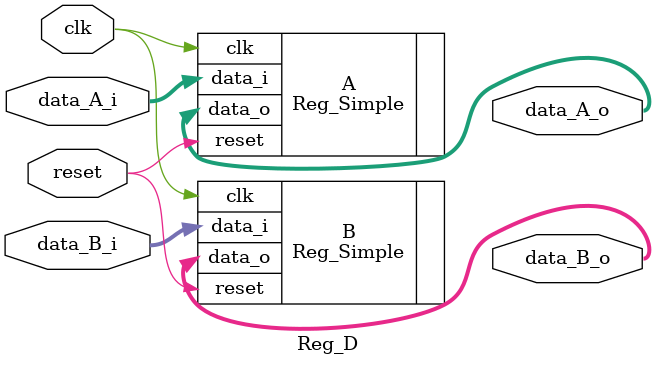
<source format=v>
module Reg_D(
    input clk, reset,
    input  [31:0] data_A_i, data_B_i,
    output [31:0] data_A_o, data_B_o
);

    Reg_Simple A(.clk(clk), .reset(reset), .data_i(data_A_i), .data_o(data_A_o));
    Reg_Simple B(.clk(clk), .reset(reset), .data_i(data_B_i), .data_o(data_B_o));

endmodule 
</source>
